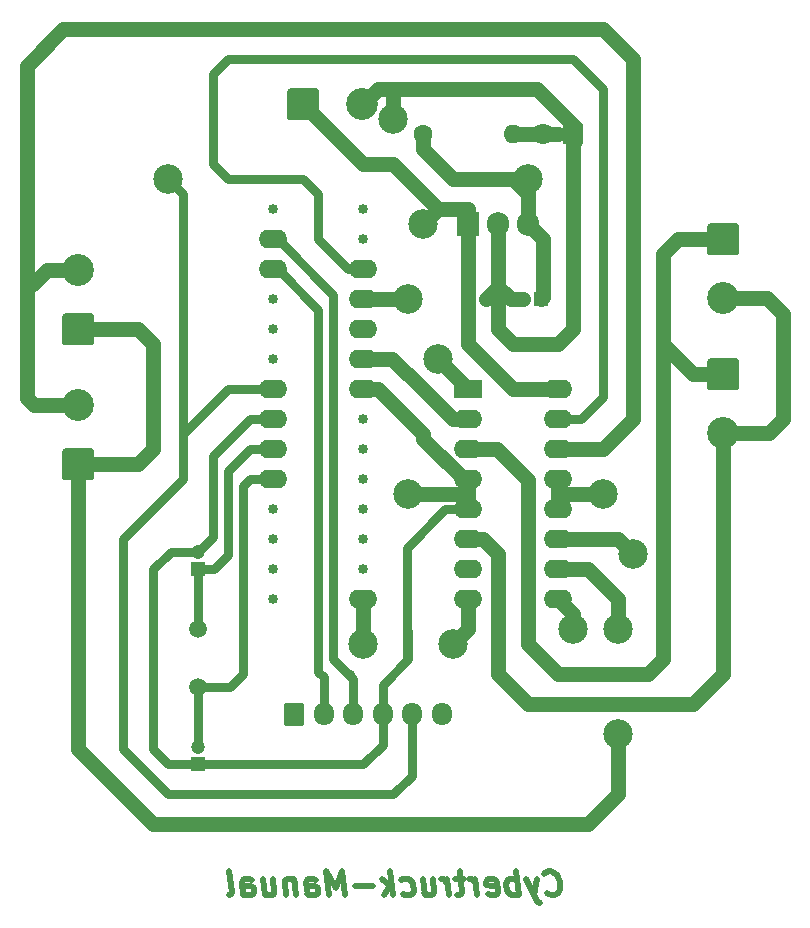
<source format=gbr>
G04 #@! TF.GenerationSoftware,KiCad,Pcbnew,(5.0.1)-4*
G04 #@! TF.CreationDate,2020-01-15T00:06:17+05:45*
G04 #@! TF.ProjectId,RC_Car,52435F4361722E6B696361645F706362,rev?*
G04 #@! TF.SameCoordinates,Original*
G04 #@! TF.FileFunction,Copper,L2,Bot,Signal*
G04 #@! TF.FilePolarity,Positive*
%FSLAX46Y46*%
G04 Gerber Fmt 4.6, Leading zero omitted, Abs format (unit mm)*
G04 Created by KiCad (PCBNEW (5.0.1)-4) date 15-Jan-20 12:06:17 AM*
%MOMM*%
%LPD*%
G01*
G04 APERTURE LIST*
G04 #@! TA.AperFunction,NonConductor*
%ADD10C,0.500000*%
G04 #@! TD*
G04 #@! TA.AperFunction,ComponentPad*
%ADD11C,1.200000*%
G04 #@! TD*
G04 #@! TA.AperFunction,ComponentPad*
%ADD12R,1.200000X1.200000*%
G04 #@! TD*
G04 #@! TA.AperFunction,ComponentPad*
%ADD13R,1.800000X1.800000*%
G04 #@! TD*
G04 #@! TA.AperFunction,ComponentPad*
%ADD14C,1.800000*%
G04 #@! TD*
G04 #@! TA.AperFunction,Conductor*
%ADD15C,0.100000*%
G04 #@! TD*
G04 #@! TA.AperFunction,ComponentPad*
%ADD16C,2.700000*%
G04 #@! TD*
G04 #@! TA.AperFunction,ComponentPad*
%ADD17C,1.600000*%
G04 #@! TD*
G04 #@! TA.AperFunction,ComponentPad*
%ADD18O,1.600000X1.600000*%
G04 #@! TD*
G04 #@! TA.AperFunction,ComponentPad*
%ADD19O,0.850000X0.850000*%
G04 #@! TD*
G04 #@! TA.AperFunction,ComponentPad*
%ADD20O,2.400000X1.600000*%
G04 #@! TD*
G04 #@! TA.AperFunction,ComponentPad*
%ADD21R,2.400000X1.600000*%
G04 #@! TD*
G04 #@! TA.AperFunction,ComponentPad*
%ADD22R,1.905000X2.000000*%
G04 #@! TD*
G04 #@! TA.AperFunction,ComponentPad*
%ADD23O,1.905000X2.000000*%
G04 #@! TD*
G04 #@! TA.AperFunction,ComponentPad*
%ADD24C,1.500000*%
G04 #@! TD*
G04 #@! TA.AperFunction,ComponentPad*
%ADD25C,1.700000*%
G04 #@! TD*
G04 #@! TA.AperFunction,ComponentPad*
%ADD26O,1.700000X1.950000*%
G04 #@! TD*
G04 #@! TA.AperFunction,ViaPad*
%ADD27C,2.500000*%
G04 #@! TD*
G04 #@! TA.AperFunction,Conductor*
%ADD28C,0.750000*%
G04 #@! TD*
G04 #@! TA.AperFunction,Conductor*
%ADD29C,1.250000*%
G04 #@! TD*
G04 APERTURE END LIST*
D10*
X70151934Y-90884285D02*
X70259077Y-90979523D01*
X70556696Y-91074761D01*
X70747172Y-91074761D01*
X71020982Y-90979523D01*
X71187648Y-90789047D01*
X71259077Y-90598571D01*
X71306696Y-90217619D01*
X71270982Y-89931904D01*
X71128125Y-89550952D01*
X71009077Y-89360476D01*
X70794791Y-89170000D01*
X70497172Y-89074761D01*
X70306696Y-89074761D01*
X70032886Y-89170000D01*
X69949553Y-89265238D01*
X69342410Y-89741428D02*
X69032886Y-91074761D01*
X68390029Y-89741428D02*
X69032886Y-91074761D01*
X69282886Y-91550952D01*
X69390029Y-91646190D01*
X69592410Y-91741428D01*
X67794791Y-91074761D02*
X67544791Y-89074761D01*
X67640029Y-89836666D02*
X67437648Y-89741428D01*
X67056696Y-89741428D01*
X66878125Y-89836666D01*
X66794791Y-89931904D01*
X66723363Y-90122380D01*
X66794791Y-90693809D01*
X66913839Y-90884285D01*
X67020982Y-90979523D01*
X67223363Y-91074761D01*
X67604315Y-91074761D01*
X67782886Y-90979523D01*
X65211458Y-90979523D02*
X65413839Y-91074761D01*
X65794791Y-91074761D01*
X65973363Y-90979523D01*
X66044791Y-90789047D01*
X65949553Y-90027142D01*
X65830505Y-89836666D01*
X65628125Y-89741428D01*
X65247172Y-89741428D01*
X65068601Y-89836666D01*
X64997172Y-90027142D01*
X65020982Y-90217619D01*
X65997172Y-90408095D01*
X64270982Y-91074761D02*
X64104315Y-89741428D01*
X64151934Y-90122380D02*
X64032886Y-89931904D01*
X63925744Y-89836666D01*
X63723363Y-89741428D01*
X63532886Y-89741428D01*
X63151934Y-89741428D02*
X62390029Y-89741428D01*
X62782886Y-89074761D02*
X62997172Y-90789047D01*
X62925744Y-90979523D01*
X62747172Y-91074761D01*
X62556696Y-91074761D01*
X61890029Y-91074761D02*
X61723363Y-89741428D01*
X61770982Y-90122380D02*
X61651934Y-89931904D01*
X61544791Y-89836666D01*
X61342410Y-89741428D01*
X61151934Y-89741428D01*
X59628125Y-89741428D02*
X59794791Y-91074761D01*
X60485267Y-89741428D02*
X60616220Y-90789047D01*
X60544791Y-90979523D01*
X60366220Y-91074761D01*
X60080505Y-91074761D01*
X59878125Y-90979523D01*
X59770982Y-90884285D01*
X57973363Y-90979523D02*
X58175744Y-91074761D01*
X58556696Y-91074761D01*
X58735267Y-90979523D01*
X58818601Y-90884285D01*
X58890029Y-90693809D01*
X58818601Y-90122380D01*
X58699553Y-89931904D01*
X58592410Y-89836666D01*
X58390029Y-89741428D01*
X58009077Y-89741428D01*
X57830505Y-89836666D01*
X57128125Y-91074761D02*
X56878125Y-89074761D01*
X56842410Y-90312857D02*
X56366220Y-91074761D01*
X56199553Y-89741428D02*
X57056696Y-90503333D01*
X55413839Y-90312857D02*
X53890029Y-90312857D01*
X53032886Y-91074761D02*
X52782886Y-89074761D01*
X52294791Y-90503333D01*
X51449553Y-89074761D01*
X51699553Y-91074761D01*
X49890029Y-91074761D02*
X49759077Y-90027142D01*
X49830505Y-89836666D01*
X50009077Y-89741428D01*
X50390029Y-89741428D01*
X50592410Y-89836666D01*
X49878125Y-90979523D02*
X50080505Y-91074761D01*
X50556696Y-91074761D01*
X50735267Y-90979523D01*
X50806696Y-90789047D01*
X50782886Y-90598571D01*
X50663839Y-90408095D01*
X50461458Y-90312857D01*
X49985267Y-90312857D01*
X49782886Y-90217619D01*
X48770982Y-89741428D02*
X48937648Y-91074761D01*
X48794791Y-89931904D02*
X48687648Y-89836666D01*
X48485267Y-89741428D01*
X48199553Y-89741428D01*
X48020982Y-89836666D01*
X47949553Y-90027142D01*
X48080505Y-91074761D01*
X46104315Y-89741428D02*
X46270982Y-91074761D01*
X46961458Y-89741428D02*
X47092410Y-90789047D01*
X47020982Y-90979523D01*
X46842410Y-91074761D01*
X46556696Y-91074761D01*
X46354315Y-90979523D01*
X46247172Y-90884285D01*
X44461458Y-91074761D02*
X44330505Y-90027142D01*
X44401934Y-89836666D01*
X44580505Y-89741428D01*
X44961458Y-89741428D01*
X45163839Y-89836666D01*
X44449553Y-90979523D02*
X44651934Y-91074761D01*
X45128125Y-91074761D01*
X45306696Y-90979523D01*
X45378125Y-90789047D01*
X45354315Y-90598571D01*
X45235267Y-90408095D01*
X45032886Y-90312857D01*
X44556696Y-90312857D01*
X44354315Y-90217619D01*
X43223363Y-91074761D02*
X43401934Y-90979523D01*
X43473363Y-90789047D01*
X43259077Y-89074761D01*
D11*
G04 #@! TO.P,C2,2*
G04 #@! TO.N,gnd*
X65000000Y-40640000D03*
D12*
G04 #@! TO.P,C2,1*
G04 #@! TO.N,+12V*
X63500000Y-40640000D03*
G04 #@! TD*
G04 #@! TO.P,C3,1*
G04 #@! TO.N,Net-(BluetoothModule1-Pad5)*
X69620000Y-40640000D03*
D11*
G04 #@! TO.P,C3,2*
G04 #@! TO.N,gnd*
X68120000Y-40640000D03*
G04 #@! TD*
G04 #@! TO.P,C4,2*
G04 #@! TO.N,gnd*
X40640000Y-62000000D03*
D12*
G04 #@! TO.P,C4,1*
G04 #@! TO.N,Net-(C4-Pad1)*
X40640000Y-63500000D03*
G04 #@! TD*
G04 #@! TO.P,C5,1*
G04 #@! TO.N,gnd*
X40640000Y-80010000D03*
D11*
G04 #@! TO.P,C5,2*
G04 #@! TO.N,Net-(C5-Pad2)*
X40640000Y-78510000D03*
G04 #@! TD*
D13*
G04 #@! TO.P,D1,1*
G04 #@! TO.N,gnd*
X72390000Y-26670000D03*
D14*
G04 #@! TO.P,D1,2*
G04 #@! TO.N,Net-(D1-Pad2)*
X69850000Y-26670000D03*
G04 #@! TD*
D15*
G04 #@! TO.N,+12V*
G04 #@! TO.C,J4*
G36*
X50654503Y-22781204D02*
X50678772Y-22784804D01*
X50702570Y-22790765D01*
X50725670Y-22799030D01*
X50747849Y-22809520D01*
X50768892Y-22822133D01*
X50788598Y-22836748D01*
X50806776Y-22853224D01*
X50823252Y-22871402D01*
X50837867Y-22891108D01*
X50850480Y-22912151D01*
X50860970Y-22934330D01*
X50869235Y-22957430D01*
X50875196Y-22981228D01*
X50878796Y-23005497D01*
X50880000Y-23030001D01*
X50880000Y-25229999D01*
X50878796Y-25254503D01*
X50875196Y-25278772D01*
X50869235Y-25302570D01*
X50860970Y-25325670D01*
X50850480Y-25347849D01*
X50837867Y-25368892D01*
X50823252Y-25388598D01*
X50806776Y-25406776D01*
X50788598Y-25423252D01*
X50768892Y-25437867D01*
X50747849Y-25450480D01*
X50725670Y-25460970D01*
X50702570Y-25469235D01*
X50678772Y-25475196D01*
X50654503Y-25478796D01*
X50629999Y-25480000D01*
X48430001Y-25480000D01*
X48405497Y-25478796D01*
X48381228Y-25475196D01*
X48357430Y-25469235D01*
X48334330Y-25460970D01*
X48312151Y-25450480D01*
X48291108Y-25437867D01*
X48271402Y-25423252D01*
X48253224Y-25406776D01*
X48236748Y-25388598D01*
X48222133Y-25368892D01*
X48209520Y-25347849D01*
X48199030Y-25325670D01*
X48190765Y-25302570D01*
X48184804Y-25278772D01*
X48181204Y-25254503D01*
X48180000Y-25229999D01*
X48180000Y-23030001D01*
X48181204Y-23005497D01*
X48184804Y-22981228D01*
X48190765Y-22957430D01*
X48199030Y-22934330D01*
X48209520Y-22912151D01*
X48222133Y-22891108D01*
X48236748Y-22871402D01*
X48253224Y-22853224D01*
X48271402Y-22836748D01*
X48291108Y-22822133D01*
X48312151Y-22809520D01*
X48334330Y-22799030D01*
X48357430Y-22790765D01*
X48381228Y-22784804D01*
X48405497Y-22781204D01*
X48430001Y-22780000D01*
X50629999Y-22780000D01*
X50654503Y-22781204D01*
X50654503Y-22781204D01*
G37*
D16*
G04 #@! TD*
G04 #@! TO.P,J4,1*
G04 #@! TO.N,+12V*
X49530000Y-24130000D03*
G04 #@! TO.P,J4,2*
G04 #@! TO.N,gnd*
X54530000Y-24130000D03*
G04 #@! TD*
D15*
G04 #@! TO.N,Net-(Motor1-Pad1)*
G04 #@! TO.C,Motor1*
G36*
X86214503Y-45641204D02*
X86238772Y-45644804D01*
X86262570Y-45650765D01*
X86285670Y-45659030D01*
X86307849Y-45669520D01*
X86328892Y-45682133D01*
X86348598Y-45696748D01*
X86366776Y-45713224D01*
X86383252Y-45731402D01*
X86397867Y-45751108D01*
X86410480Y-45772151D01*
X86420970Y-45794330D01*
X86429235Y-45817430D01*
X86435196Y-45841228D01*
X86438796Y-45865497D01*
X86440000Y-45890001D01*
X86440000Y-48089999D01*
X86438796Y-48114503D01*
X86435196Y-48138772D01*
X86429235Y-48162570D01*
X86420970Y-48185670D01*
X86410480Y-48207849D01*
X86397867Y-48228892D01*
X86383252Y-48248598D01*
X86366776Y-48266776D01*
X86348598Y-48283252D01*
X86328892Y-48297867D01*
X86307849Y-48310480D01*
X86285670Y-48320970D01*
X86262570Y-48329235D01*
X86238772Y-48335196D01*
X86214503Y-48338796D01*
X86189999Y-48340000D01*
X83990001Y-48340000D01*
X83965497Y-48338796D01*
X83941228Y-48335196D01*
X83917430Y-48329235D01*
X83894330Y-48320970D01*
X83872151Y-48310480D01*
X83851108Y-48297867D01*
X83831402Y-48283252D01*
X83813224Y-48266776D01*
X83796748Y-48248598D01*
X83782133Y-48228892D01*
X83769520Y-48207849D01*
X83759030Y-48185670D01*
X83750765Y-48162570D01*
X83744804Y-48138772D01*
X83741204Y-48114503D01*
X83740000Y-48089999D01*
X83740000Y-45890001D01*
X83741204Y-45865497D01*
X83744804Y-45841228D01*
X83750765Y-45817430D01*
X83759030Y-45794330D01*
X83769520Y-45772151D01*
X83782133Y-45751108D01*
X83796748Y-45731402D01*
X83813224Y-45713224D01*
X83831402Y-45696748D01*
X83851108Y-45682133D01*
X83872151Y-45669520D01*
X83894330Y-45659030D01*
X83917430Y-45650765D01*
X83941228Y-45644804D01*
X83965497Y-45641204D01*
X83990001Y-45640000D01*
X86189999Y-45640000D01*
X86214503Y-45641204D01*
X86214503Y-45641204D01*
G37*
D16*
G04 #@! TD*
G04 #@! TO.P,Motor1,1*
G04 #@! TO.N,Net-(Motor1-Pad1)*
X85090000Y-46990000D03*
G04 #@! TO.P,Motor1,2*
G04 #@! TO.N,Net-(Motor1-Pad2)*
X85090000Y-51990000D03*
G04 #@! TD*
G04 #@! TO.P,Motor2,2*
G04 #@! TO.N,Net-(Motor1-Pad2)*
X85090000Y-40560000D03*
D15*
G04 #@! TD*
G04 #@! TO.N,Net-(Motor1-Pad1)*
G04 #@! TO.C,Motor2*
G36*
X86214503Y-34211204D02*
X86238772Y-34214804D01*
X86262570Y-34220765D01*
X86285670Y-34229030D01*
X86307849Y-34239520D01*
X86328892Y-34252133D01*
X86348598Y-34266748D01*
X86366776Y-34283224D01*
X86383252Y-34301402D01*
X86397867Y-34321108D01*
X86410480Y-34342151D01*
X86420970Y-34364330D01*
X86429235Y-34387430D01*
X86435196Y-34411228D01*
X86438796Y-34435497D01*
X86440000Y-34460001D01*
X86440000Y-36659999D01*
X86438796Y-36684503D01*
X86435196Y-36708772D01*
X86429235Y-36732570D01*
X86420970Y-36755670D01*
X86410480Y-36777849D01*
X86397867Y-36798892D01*
X86383252Y-36818598D01*
X86366776Y-36836776D01*
X86348598Y-36853252D01*
X86328892Y-36867867D01*
X86307849Y-36880480D01*
X86285670Y-36890970D01*
X86262570Y-36899235D01*
X86238772Y-36905196D01*
X86214503Y-36908796D01*
X86189999Y-36910000D01*
X83990001Y-36910000D01*
X83965497Y-36908796D01*
X83941228Y-36905196D01*
X83917430Y-36899235D01*
X83894330Y-36890970D01*
X83872151Y-36880480D01*
X83851108Y-36867867D01*
X83831402Y-36853252D01*
X83813224Y-36836776D01*
X83796748Y-36818598D01*
X83782133Y-36798892D01*
X83769520Y-36777849D01*
X83759030Y-36755670D01*
X83750765Y-36732570D01*
X83744804Y-36708772D01*
X83741204Y-36684503D01*
X83740000Y-36659999D01*
X83740000Y-34460001D01*
X83741204Y-34435497D01*
X83744804Y-34411228D01*
X83750765Y-34387430D01*
X83759030Y-34364330D01*
X83769520Y-34342151D01*
X83782133Y-34321108D01*
X83796748Y-34301402D01*
X83813224Y-34283224D01*
X83831402Y-34266748D01*
X83851108Y-34252133D01*
X83872151Y-34239520D01*
X83894330Y-34229030D01*
X83917430Y-34220765D01*
X83941228Y-34214804D01*
X83965497Y-34211204D01*
X83990001Y-34210000D01*
X86189999Y-34210000D01*
X86214503Y-34211204D01*
X86214503Y-34211204D01*
G37*
D16*
G04 #@! TO.P,Motor2,1*
G04 #@! TO.N,Net-(Motor1-Pad1)*
X85090000Y-35560000D03*
G04 #@! TD*
D15*
G04 #@! TO.N,Net-(Motor3-Pad1)*
G04 #@! TO.C,Motor3*
G36*
X31604503Y-41831204D02*
X31628772Y-41834804D01*
X31652570Y-41840765D01*
X31675670Y-41849030D01*
X31697849Y-41859520D01*
X31718892Y-41872133D01*
X31738598Y-41886748D01*
X31756776Y-41903224D01*
X31773252Y-41921402D01*
X31787867Y-41941108D01*
X31800480Y-41962151D01*
X31810970Y-41984330D01*
X31819235Y-42007430D01*
X31825196Y-42031228D01*
X31828796Y-42055497D01*
X31830000Y-42080001D01*
X31830000Y-44279999D01*
X31828796Y-44304503D01*
X31825196Y-44328772D01*
X31819235Y-44352570D01*
X31810970Y-44375670D01*
X31800480Y-44397849D01*
X31787867Y-44418892D01*
X31773252Y-44438598D01*
X31756776Y-44456776D01*
X31738598Y-44473252D01*
X31718892Y-44487867D01*
X31697849Y-44500480D01*
X31675670Y-44510970D01*
X31652570Y-44519235D01*
X31628772Y-44525196D01*
X31604503Y-44528796D01*
X31579999Y-44530000D01*
X29380001Y-44530000D01*
X29355497Y-44528796D01*
X29331228Y-44525196D01*
X29307430Y-44519235D01*
X29284330Y-44510970D01*
X29262151Y-44500480D01*
X29241108Y-44487867D01*
X29221402Y-44473252D01*
X29203224Y-44456776D01*
X29186748Y-44438598D01*
X29172133Y-44418892D01*
X29159520Y-44397849D01*
X29149030Y-44375670D01*
X29140765Y-44352570D01*
X29134804Y-44328772D01*
X29131204Y-44304503D01*
X29130000Y-44279999D01*
X29130000Y-42080001D01*
X29131204Y-42055497D01*
X29134804Y-42031228D01*
X29140765Y-42007430D01*
X29149030Y-41984330D01*
X29159520Y-41962151D01*
X29172133Y-41941108D01*
X29186748Y-41921402D01*
X29203224Y-41903224D01*
X29221402Y-41886748D01*
X29241108Y-41872133D01*
X29262151Y-41859520D01*
X29284330Y-41849030D01*
X29307430Y-41840765D01*
X29331228Y-41834804D01*
X29355497Y-41831204D01*
X29380001Y-41830000D01*
X31579999Y-41830000D01*
X31604503Y-41831204D01*
X31604503Y-41831204D01*
G37*
D16*
G04 #@! TD*
G04 #@! TO.P,Motor3,1*
G04 #@! TO.N,Net-(Motor3-Pad1)*
X30480000Y-43180000D03*
G04 #@! TO.P,Motor3,2*
G04 #@! TO.N,Net-(Motor3-Pad2)*
X30480000Y-38180000D03*
G04 #@! TD*
G04 #@! TO.P,Motor4,2*
G04 #@! TO.N,Net-(Motor3-Pad2)*
X30480000Y-49610000D03*
D15*
G04 #@! TD*
G04 #@! TO.N,Net-(Motor3-Pad1)*
G04 #@! TO.C,Motor4*
G36*
X31604503Y-53261204D02*
X31628772Y-53264804D01*
X31652570Y-53270765D01*
X31675670Y-53279030D01*
X31697849Y-53289520D01*
X31718892Y-53302133D01*
X31738598Y-53316748D01*
X31756776Y-53333224D01*
X31773252Y-53351402D01*
X31787867Y-53371108D01*
X31800480Y-53392151D01*
X31810970Y-53414330D01*
X31819235Y-53437430D01*
X31825196Y-53461228D01*
X31828796Y-53485497D01*
X31830000Y-53510001D01*
X31830000Y-55709999D01*
X31828796Y-55734503D01*
X31825196Y-55758772D01*
X31819235Y-55782570D01*
X31810970Y-55805670D01*
X31800480Y-55827849D01*
X31787867Y-55848892D01*
X31773252Y-55868598D01*
X31756776Y-55886776D01*
X31738598Y-55903252D01*
X31718892Y-55917867D01*
X31697849Y-55930480D01*
X31675670Y-55940970D01*
X31652570Y-55949235D01*
X31628772Y-55955196D01*
X31604503Y-55958796D01*
X31579999Y-55960000D01*
X29380001Y-55960000D01*
X29355497Y-55958796D01*
X29331228Y-55955196D01*
X29307430Y-55949235D01*
X29284330Y-55940970D01*
X29262151Y-55930480D01*
X29241108Y-55917867D01*
X29221402Y-55903252D01*
X29203224Y-55886776D01*
X29186748Y-55868598D01*
X29172133Y-55848892D01*
X29159520Y-55827849D01*
X29149030Y-55805670D01*
X29140765Y-55782570D01*
X29134804Y-55758772D01*
X29131204Y-55734503D01*
X29130000Y-55709999D01*
X29130000Y-53510001D01*
X29131204Y-53485497D01*
X29134804Y-53461228D01*
X29140765Y-53437430D01*
X29149030Y-53414330D01*
X29159520Y-53392151D01*
X29172133Y-53371108D01*
X29186748Y-53351402D01*
X29203224Y-53333224D01*
X29221402Y-53316748D01*
X29241108Y-53302133D01*
X29262151Y-53289520D01*
X29284330Y-53279030D01*
X29307430Y-53270765D01*
X29331228Y-53264804D01*
X29355497Y-53261204D01*
X29380001Y-53260000D01*
X31579999Y-53260000D01*
X31604503Y-53261204D01*
X31604503Y-53261204D01*
G37*
D16*
G04 #@! TO.P,Motor4,1*
G04 #@! TO.N,Net-(Motor3-Pad1)*
X30480000Y-54610000D03*
G04 #@! TD*
D17*
G04 #@! TO.P,R1,1*
G04 #@! TO.N,Net-(BluetoothModule1-Pad5)*
X59690000Y-26670000D03*
D18*
G04 #@! TO.P,R1,2*
G04 #@! TO.N,Net-(D1-Pad2)*
X67310000Y-26670000D03*
G04 #@! TD*
D19*
G04 #@! TO.P,U1,1*
G04 #@! TO.N,Net-(C1-Pad1)*
X46990000Y-33020000D03*
D20*
G04 #@! TO.P,U1,15*
G04 #@! TO.N,Net-(U1-Pad15)*
X54610000Y-66040000D03*
G04 #@! TO.P,U1,2*
G04 #@! TO.N,TXD*
X46990000Y-35560000D03*
D19*
G04 #@! TO.P,U1,16*
G04 #@! TO.N,Net-(U1-Pad16)*
X54610000Y-63500000D03*
D20*
G04 #@! TO.P,U1,3*
G04 #@! TO.N,RXD*
X46990000Y-38100000D03*
D19*
G04 #@! TO.P,U1,17*
G04 #@! TO.N,Net-(U1-Pad17)*
X54610000Y-60960000D03*
G04 #@! TO.P,U1,4*
G04 #@! TO.N,Net-(U1-Pad4)*
X46990000Y-40640000D03*
G04 #@! TO.P,U1,18*
G04 #@! TO.N,Net-(U1-Pad18)*
X54610000Y-58420000D03*
G04 #@! TO.P,U1,5*
G04 #@! TO.N,Net-(U1-Pad5)*
X46990000Y-43180000D03*
G04 #@! TO.P,U1,19*
G04 #@! TO.N,Net-(U1-Pad19)*
X54610000Y-55880000D03*
G04 #@! TO.P,U1,6*
G04 #@! TO.N,Net-(U1-Pad6)*
X46990000Y-45720000D03*
G04 #@! TO.P,U1,20*
G04 #@! TO.N,Net-(U1-Pad20)*
X54610000Y-53340000D03*
D20*
G04 #@! TO.P,U1,7*
G04 #@! TO.N,Net-(BluetoothModule1-Pad5)*
X46990000Y-48260000D03*
D19*
G04 #@! TO.P,U1,21*
G04 #@! TO.N,Net-(U1-Pad21)*
X54610000Y-50800000D03*
D20*
G04 #@! TO.P,U1,8*
G04 #@! TO.N,gnd*
X46990000Y-50800000D03*
G04 #@! TO.P,U1,22*
X54610000Y-48260000D03*
G04 #@! TO.P,U1,9*
G04 #@! TO.N,Net-(C4-Pad1)*
X46990000Y-53340000D03*
G04 #@! TO.P,U1,23*
G04 #@! TO.N,Net-(U1-Pad23)*
X54610000Y-45720000D03*
G04 #@! TO.P,U1,10*
G04 #@! TO.N,Net-(C5-Pad2)*
X46990000Y-55880000D03*
G04 #@! TO.P,U1,24*
G04 #@! TO.N,Net-(U1-Pad24)*
X54610000Y-43180000D03*
D19*
G04 #@! TO.P,U1,11*
G04 #@! TO.N,Net-(U1-Pad11)*
X46990000Y-58420000D03*
D20*
G04 #@! TO.P,U1,25*
G04 #@! TO.N,Net-(U1-Pad25)*
X54610000Y-40640000D03*
D19*
G04 #@! TO.P,U1,12*
G04 #@! TO.N,Net-(U1-Pad12)*
X46990000Y-60960000D03*
D20*
G04 #@! TO.P,U1,26*
G04 #@! TO.N,Net-(U1-Pad26)*
X54610000Y-38100000D03*
D19*
G04 #@! TO.P,U1,13*
G04 #@! TO.N,Net-(U1-Pad13)*
X46990000Y-63500000D03*
G04 #@! TO.P,U1,27*
G04 #@! TO.N,Net-(U1-Pad27)*
X54610000Y-35560000D03*
G04 #@! TO.P,U1,14*
G04 #@! TO.N,Net-(U1-Pad14)*
X46990000Y-66040000D03*
G04 #@! TO.P,U1,28*
G04 #@! TO.N,Net-(U1-Pad28)*
X54610000Y-33020000D03*
G04 #@! TD*
D21*
G04 #@! TO.P,U2,1*
G04 #@! TO.N,Net-(U1-Pad15)*
X63500000Y-48260000D03*
D20*
G04 #@! TO.P,U2,9*
X71120000Y-66040000D03*
G04 #@! TO.P,U2,2*
G04 #@! TO.N,Net-(U1-Pad23)*
X63500000Y-50800000D03*
G04 #@! TO.P,U2,10*
G04 #@! TO.N,Net-(U1-Pad25)*
X71120000Y-63500000D03*
G04 #@! TO.P,U2,3*
G04 #@! TO.N,Net-(Motor1-Pad1)*
X63500000Y-53340000D03*
G04 #@! TO.P,U2,11*
G04 #@! TO.N,Net-(Motor3-Pad1)*
X71120000Y-60960000D03*
G04 #@! TO.P,U2,4*
G04 #@! TO.N,gnd*
X63500000Y-55880000D03*
G04 #@! TO.P,U2,12*
X71120000Y-58420000D03*
G04 #@! TO.P,U2,5*
X63500000Y-58420000D03*
G04 #@! TO.P,U2,13*
X71120000Y-55880000D03*
G04 #@! TO.P,U2,6*
G04 #@! TO.N,Net-(Motor1-Pad2)*
X63500000Y-60960000D03*
G04 #@! TO.P,U2,14*
G04 #@! TO.N,Net-(Motor3-Pad2)*
X71120000Y-53340000D03*
G04 #@! TO.P,U2,7*
G04 #@! TO.N,Net-(U1-Pad24)*
X63500000Y-63500000D03*
G04 #@! TO.P,U2,15*
G04 #@! TO.N,Net-(U1-Pad26)*
X71120000Y-50800000D03*
G04 #@! TO.P,U2,8*
G04 #@! TO.N,+12V*
X63500000Y-66040000D03*
G04 #@! TO.P,U2,16*
X71120000Y-48260000D03*
G04 #@! TD*
D22*
G04 #@! TO.P,U3,1*
G04 #@! TO.N,+12V*
X63500000Y-34290000D03*
D23*
G04 #@! TO.P,U3,2*
G04 #@! TO.N,gnd*
X66040000Y-34290000D03*
G04 #@! TO.P,U3,3*
G04 #@! TO.N,Net-(BluetoothModule1-Pad5)*
X68580000Y-34290000D03*
G04 #@! TD*
D24*
G04 #@! TO.P,Y1,1*
G04 #@! TO.N,Net-(C4-Pad1)*
X40640000Y-68580000D03*
G04 #@! TO.P,Y1,2*
G04 #@! TO.N,Net-(C5-Pad2)*
X40640000Y-73480000D03*
G04 #@! TD*
D15*
G04 #@! TO.N,Net-(BluetoothModule1-Pad1)*
G04 #@! TO.C,BluetoothModule1*
G36*
X49369505Y-74811205D02*
X49393774Y-74814805D01*
X49417572Y-74820766D01*
X49440672Y-74829031D01*
X49462850Y-74839521D01*
X49483894Y-74852134D01*
X49503599Y-74866748D01*
X49521778Y-74883224D01*
X49538254Y-74901403D01*
X49552868Y-74921108D01*
X49565481Y-74942152D01*
X49575971Y-74964330D01*
X49584236Y-74987430D01*
X49590197Y-75011228D01*
X49593797Y-75035497D01*
X49595001Y-75060001D01*
X49595001Y-76510001D01*
X49593797Y-76534505D01*
X49590197Y-76558774D01*
X49584236Y-76582572D01*
X49575971Y-76605672D01*
X49565481Y-76627850D01*
X49552868Y-76648894D01*
X49538254Y-76668599D01*
X49521778Y-76686778D01*
X49503599Y-76703254D01*
X49483894Y-76717868D01*
X49462850Y-76730481D01*
X49440672Y-76740971D01*
X49417572Y-76749236D01*
X49393774Y-76755197D01*
X49369505Y-76758797D01*
X49345001Y-76760001D01*
X48145001Y-76760001D01*
X48120497Y-76758797D01*
X48096228Y-76755197D01*
X48072430Y-76749236D01*
X48049330Y-76740971D01*
X48027152Y-76730481D01*
X48006108Y-76717868D01*
X47986403Y-76703254D01*
X47968224Y-76686778D01*
X47951748Y-76668599D01*
X47937134Y-76648894D01*
X47924521Y-76627850D01*
X47914031Y-76605672D01*
X47905766Y-76582572D01*
X47899805Y-76558774D01*
X47896205Y-76534505D01*
X47895001Y-76510001D01*
X47895001Y-75060001D01*
X47896205Y-75035497D01*
X47899805Y-75011228D01*
X47905766Y-74987430D01*
X47914031Y-74964330D01*
X47924521Y-74942152D01*
X47937134Y-74921108D01*
X47951748Y-74901403D01*
X47968224Y-74883224D01*
X47986403Y-74866748D01*
X48006108Y-74852134D01*
X48027152Y-74839521D01*
X48049330Y-74829031D01*
X48072430Y-74820766D01*
X48096228Y-74814805D01*
X48120497Y-74811205D01*
X48145001Y-74810001D01*
X49345001Y-74810001D01*
X49369505Y-74811205D01*
X49369505Y-74811205D01*
G37*
D25*
G04 #@! TD*
G04 #@! TO.P,BluetoothModule1,1*
G04 #@! TO.N,Net-(BluetoothModule1-Pad1)*
X48745001Y-75785001D03*
D26*
G04 #@! TO.P,BluetoothModule1,2*
G04 #@! TO.N,RXD*
X51245001Y-75785001D03*
G04 #@! TO.P,BluetoothModule1,3*
G04 #@! TO.N,TXD*
X53745001Y-75785001D03*
G04 #@! TO.P,BluetoothModule1,4*
G04 #@! TO.N,gnd*
X56245001Y-75785001D03*
G04 #@! TO.P,BluetoothModule1,5*
G04 #@! TO.N,Net-(BluetoothModule1-Pad5)*
X58745001Y-75785001D03*
G04 #@! TO.P,BluetoothModule1,6*
G04 #@! TO.N,Net-(BluetoothModule1-Pad6)*
X61245001Y-75785001D03*
G04 #@! TD*
D27*
G04 #@! TO.N,*
X58420000Y-40640000D03*
G04 #@! TO.N,Net-(BluetoothModule1-Pad5)*
X38100000Y-30480000D03*
X68580000Y-30480000D03*
G04 #@! TO.N,gnd*
X57150000Y-25400000D03*
G04 #@! TO.N,+12V*
X59690000Y-34290000D03*
G04 #@! TO.N,Net-(U1-Pad15)*
X60960000Y-45720000D03*
G04 #@! TO.N,gnd*
X58420000Y-57150000D03*
X74930000Y-57150000D03*
G04 #@! TO.N,Net-(Motor3-Pad1)*
X77470000Y-62230000D03*
G04 #@! TO.N,Net-(U1-Pad25)*
X76200000Y-68580000D03*
G04 #@! TO.N,Net-(U1-Pad15)*
X72390000Y-68580000D03*
G04 #@! TO.N,Net-(Motor3-Pad1)*
X76200000Y-77470000D03*
G04 #@! TO.N,Net-(U1-Pad15)*
X54610000Y-69850000D03*
G04 #@! TO.N,+12V*
X62230000Y-69850000D03*
G04 #@! TD*
D28*
G04 #@! TO.N,RXD*
X50800000Y-41510000D02*
X50800000Y-72180000D01*
X47390000Y-38100000D02*
X50800000Y-41510000D01*
X46990000Y-38100000D02*
X47390000Y-38100000D01*
X51245001Y-72625001D02*
X51245001Y-75785001D01*
X50800000Y-72180000D02*
X51245001Y-72625001D01*
G04 #@! TO.N,TXD*
X47390000Y-35560000D02*
X52070000Y-40240000D01*
X46990000Y-35560000D02*
X47390000Y-35560000D01*
X52070000Y-40240000D02*
X52070000Y-71120000D01*
X52070000Y-71120000D02*
X53340000Y-72390000D01*
X53340000Y-72390000D02*
X53510000Y-72390000D01*
X53745001Y-72795001D02*
X53745001Y-75785001D01*
X53340000Y-72390000D02*
X53745001Y-72795001D01*
D29*
G04 #@! TO.N,gnd*
X66040000Y-39600000D02*
X65000000Y-40640000D01*
X66040000Y-34290000D02*
X66040000Y-39600000D01*
X67080000Y-40640000D02*
X66040000Y-39600000D01*
X68120000Y-40640000D02*
X67080000Y-40640000D01*
X63100000Y-55880000D02*
X63500000Y-55880000D01*
X59690000Y-52470000D02*
X63100000Y-55880000D01*
X59690000Y-52070000D02*
X59690000Y-52470000D01*
X54610000Y-48260000D02*
X55880000Y-48260000D01*
D28*
X46990000Y-50800000D02*
X46590000Y-50800000D01*
X45040000Y-50800000D02*
X41910000Y-53930000D01*
X46990000Y-50800000D02*
X45040000Y-50800000D01*
X41910000Y-60730000D02*
X40640000Y-62000000D01*
X41910000Y-53930000D02*
X41910000Y-60730000D01*
X40640000Y-62000000D02*
X38330000Y-62000000D01*
X38330000Y-62000000D02*
X36830000Y-63500000D01*
X36830000Y-63500000D02*
X36830000Y-78740000D01*
X36830000Y-78740000D02*
X38100000Y-80010000D01*
X38100000Y-80010000D02*
X40640000Y-80010000D01*
X61550000Y-58420000D02*
X58300000Y-61670000D01*
X63500000Y-58420000D02*
X61550000Y-58420000D01*
D29*
X55880000Y-22860000D02*
X54610000Y-24130000D01*
X72570010Y-26069387D02*
X69360623Y-22860000D01*
X54610000Y-24130000D02*
X54530000Y-24130000D01*
X72570010Y-27270613D02*
X72570010Y-26069387D01*
X66040000Y-39600000D02*
X66040000Y-43180000D01*
X66040000Y-43180000D02*
X67310000Y-44450000D01*
X67310000Y-44450000D02*
X71120000Y-44450000D01*
X71120000Y-44450000D02*
X72390000Y-43180000D01*
X72390000Y-43180000D02*
X72390000Y-27450623D01*
X72390000Y-27450623D02*
X72570010Y-27270613D01*
D28*
X56245001Y-75785001D02*
X56245001Y-73294999D01*
X56245001Y-73294999D02*
X58420000Y-71120000D01*
X58420000Y-68700000D02*
X58300000Y-68580000D01*
X58420000Y-71120000D02*
X58420000Y-68700000D01*
X58300000Y-61670000D02*
X58300000Y-68580000D01*
X58300000Y-68580000D02*
X58300000Y-71000000D01*
D29*
X58420000Y-50800000D02*
X59690000Y-52070000D01*
X55880000Y-48260000D02*
X58420000Y-50800000D01*
X57150000Y-22860000D02*
X57150000Y-25400000D01*
X57150000Y-22860000D02*
X55880000Y-22860000D01*
X69360623Y-22860000D02*
X57150000Y-22860000D01*
X71120000Y-57150000D02*
X74930000Y-57150000D01*
X71120000Y-57150000D02*
X71120000Y-58420000D01*
X71120000Y-55880000D02*
X71120000Y-57150000D01*
X63500000Y-57150000D02*
X58420000Y-57150000D01*
X63500000Y-57150000D02*
X63500000Y-58420000D01*
X63500000Y-55880000D02*
X63500000Y-57150000D01*
D28*
X56245001Y-75785001D02*
X56245001Y-78374999D01*
X54610000Y-80010000D02*
X40640000Y-80010000D01*
X56245001Y-78374999D02*
X54610000Y-80010000D01*
D29*
G04 #@! TO.N,Net-(BluetoothModule1-Pad5)*
X69850000Y-40410000D02*
X69620000Y-40640000D01*
X68580000Y-34290000D02*
X69850000Y-35560000D01*
X69850000Y-35560000D02*
X69850000Y-40410000D01*
X59690000Y-27940000D02*
X59690000Y-26670000D01*
X62230000Y-30480000D02*
X59690000Y-27940000D01*
X67310000Y-30480000D02*
X62230000Y-30480000D01*
X68580000Y-34290000D02*
X68580000Y-31750000D01*
X68580000Y-31750000D02*
X67310000Y-30480000D01*
D28*
X38100000Y-82550000D02*
X34290000Y-78740000D01*
X34290000Y-78740000D02*
X34290000Y-60960000D01*
X34290000Y-60960000D02*
X39370000Y-55880000D01*
X39370000Y-55880000D02*
X39370000Y-52070000D01*
X43180000Y-48260000D02*
X46990000Y-48260000D01*
X39370000Y-52070000D02*
X43180000Y-48260000D01*
X58745001Y-75785001D02*
X58745001Y-80954999D01*
X57150000Y-82550000D02*
X55880000Y-82550000D01*
X58745001Y-80954999D02*
X57150000Y-82550000D01*
X55880000Y-82550000D02*
X38100000Y-82550000D01*
D29*
X67310000Y-30480000D02*
X68580000Y-30480000D01*
D28*
X39370000Y-52070000D02*
X39370000Y-31750000D01*
X39370000Y-31750000D02*
X38100000Y-30480000D01*
D29*
G04 #@! TO.N,+12V*
X63500000Y-34290000D02*
X63500000Y-40640000D01*
X63500000Y-33020000D02*
X63500000Y-34290000D01*
X60960000Y-33020000D02*
X63500000Y-33020000D01*
X57150000Y-29210000D02*
X60960000Y-33020000D01*
X49530000Y-24130000D02*
X54610000Y-29210000D01*
X54610000Y-29210000D02*
X57150000Y-29210000D01*
X67310000Y-48260000D02*
X71120000Y-48260000D01*
X63500000Y-40640000D02*
X63500000Y-44450000D01*
X63500000Y-44450000D02*
X67310000Y-48260000D01*
X63500000Y-66040000D02*
X63500000Y-68580000D01*
X63500000Y-68580000D02*
X62230000Y-69850000D01*
X60960000Y-33020000D02*
X59690000Y-34290000D01*
X62230000Y-69850000D02*
X62230000Y-69850000D01*
G04 #@! TO.N,Net-(Motor1-Pad2)*
X88820000Y-40560000D02*
X85090000Y-40560000D01*
X90170000Y-41910000D02*
X88820000Y-40560000D01*
X90170000Y-50800000D02*
X90170000Y-41910000D01*
X85090000Y-51990000D02*
X88980000Y-51990000D01*
X88980000Y-51990000D02*
X90170000Y-50800000D01*
X63500000Y-60960000D02*
X64770000Y-60960000D01*
X66040000Y-62230000D02*
X66040000Y-72390000D01*
X64770000Y-60960000D02*
X66040000Y-62230000D01*
X66040000Y-72390000D02*
X68580000Y-74930000D01*
X68580000Y-74930000D02*
X82550000Y-74930000D01*
X82550000Y-74930000D02*
X85090000Y-72390000D01*
X85090000Y-72390000D02*
X85090000Y-51990000D01*
G04 #@! TO.N,Net-(Motor1-Pad1)*
X80010000Y-44450000D02*
X82550000Y-46990000D01*
X82550000Y-46990000D02*
X85090000Y-46990000D01*
X65950000Y-53340000D02*
X68580000Y-55970000D01*
X63500000Y-53340000D02*
X65950000Y-53340000D01*
X68580000Y-55970000D02*
X68580000Y-69850000D01*
X68580000Y-69850000D02*
X71120000Y-72390000D01*
X71120000Y-72390000D02*
X78740000Y-72390000D01*
X80010000Y-71120000D02*
X80010000Y-44450000D01*
X78740000Y-72390000D02*
X80010000Y-71120000D01*
X83640000Y-35560000D02*
X85090000Y-35560000D01*
X81280000Y-35560000D02*
X83640000Y-35560000D01*
X80010000Y-44450000D02*
X80010000Y-36830000D01*
X80010000Y-36830000D02*
X81280000Y-35560000D01*
G04 #@! TO.N,Net-(U1-Pad15)*
X54610000Y-66040000D02*
X54610000Y-69850000D01*
X71120000Y-66040000D02*
X72390000Y-67310000D01*
X72390000Y-67310000D02*
X72390000Y-68580000D01*
X63500000Y-48260000D02*
X62230000Y-46990000D01*
X62230000Y-46990000D02*
X60960000Y-45720000D01*
G04 #@! TO.N,Net-(U1-Pad23)*
X62230000Y-50800000D02*
X63500000Y-50800000D01*
X58420000Y-46990000D02*
X62230000Y-50800000D01*
X58330000Y-46990000D02*
X58420000Y-46990000D01*
X54610000Y-45720000D02*
X57060000Y-45720000D01*
X57060000Y-45720000D02*
X58330000Y-46990000D01*
G04 #@! TO.N,Net-(U1-Pad25)*
X54610000Y-40640000D02*
X57060000Y-40640000D01*
X57060000Y-40640000D02*
X57150000Y-40640000D01*
X71120000Y-63500000D02*
X73660000Y-63500000D01*
X73660000Y-63500000D02*
X76200000Y-66040000D01*
X76200000Y-66040000D02*
X76200000Y-68580000D01*
D28*
G04 #@! TO.N,Net-(U1-Pad26)*
X73070000Y-50800000D02*
X74930000Y-48940000D01*
X71120000Y-50800000D02*
X73070000Y-50800000D01*
X74930000Y-48940000D02*
X74930000Y-22860000D01*
X74930000Y-22860000D02*
X72390000Y-20320000D01*
X72390000Y-20320000D02*
X43180000Y-20320000D01*
X43180000Y-20320000D02*
X41910000Y-21590000D01*
X41910000Y-21590000D02*
X41910000Y-29210000D01*
X41910000Y-29210000D02*
X43180000Y-30480000D01*
X43180000Y-30480000D02*
X49530000Y-30480000D01*
X49530000Y-30480000D02*
X50800000Y-31750000D01*
X50800000Y-31750000D02*
X50800000Y-35560000D01*
X50800000Y-35560000D02*
X53340000Y-38100000D01*
X53340000Y-38100000D02*
X54610000Y-38100000D01*
D29*
G04 #@! TO.N,Net-(D1-Pad2)*
X67310000Y-26670000D02*
X71120000Y-26670000D01*
G04 #@! TO.N,Net-(Motor3-Pad2)*
X26110812Y-40640000D02*
X26110812Y-48970812D01*
X26750000Y-49610000D02*
X30480000Y-49610000D01*
X26110812Y-48970812D02*
X26750000Y-49610000D01*
X74930000Y-53340000D02*
X77470000Y-50800000D01*
X77470000Y-50800000D02*
X77470000Y-20320000D01*
X71120000Y-53340000D02*
X74930000Y-53340000D01*
X77470000Y-20320000D02*
X74930000Y-17780000D01*
X74930000Y-17780000D02*
X29210000Y-17780000D01*
X29210000Y-17780000D02*
X26110812Y-20879188D01*
X26670000Y-39370000D02*
X26110812Y-39370000D01*
X27860000Y-38180000D02*
X26670000Y-39370000D01*
X30480000Y-38180000D02*
X27860000Y-38180000D01*
X26110812Y-20879188D02*
X26110812Y-39370000D01*
X26110812Y-39370000D02*
X26110812Y-40640000D01*
G04 #@! TO.N,Net-(Motor3-Pad1)*
X71120000Y-60960000D02*
X73570000Y-60960000D01*
X30480000Y-54610000D02*
X30480000Y-78740000D01*
X30480000Y-78740000D02*
X36830000Y-85090000D01*
X36830000Y-85090000D02*
X73660000Y-85090000D01*
X73660000Y-85090000D02*
X76200000Y-82550000D01*
X76200000Y-82550000D02*
X76200000Y-77470000D01*
X73570000Y-60960000D02*
X76200000Y-60960000D01*
X76200000Y-60960000D02*
X77470000Y-62230000D01*
X35560000Y-43180000D02*
X30480000Y-43180000D01*
X36830000Y-44450000D02*
X35560000Y-43180000D01*
X36830000Y-53340000D02*
X36830000Y-44450000D01*
X30480000Y-54610000D02*
X35560000Y-54610000D01*
X35560000Y-54610000D02*
X36830000Y-53340000D01*
D28*
G04 #@! TO.N,Net-(C4-Pad1)*
X41990000Y-63500000D02*
X40640000Y-63500000D01*
X43180000Y-62310000D02*
X41990000Y-63500000D01*
X43180000Y-55200000D02*
X43180000Y-62310000D01*
X45040000Y-53340000D02*
X43180000Y-55200000D01*
X46990000Y-53340000D02*
X45040000Y-53340000D01*
X40640000Y-63500000D02*
X40640000Y-68580000D01*
G04 #@! TO.N,Net-(C5-Pad2)*
X43360000Y-73480000D02*
X40640000Y-73480000D01*
X44450000Y-72390000D02*
X43360000Y-73480000D01*
X44450000Y-56470000D02*
X44450000Y-72390000D01*
X46990000Y-55880000D02*
X45040000Y-55880000D01*
X45040000Y-55880000D02*
X44450000Y-56470000D01*
X40640000Y-73480000D02*
X40640000Y-78510000D01*
G04 #@! TD*
M02*

</source>
